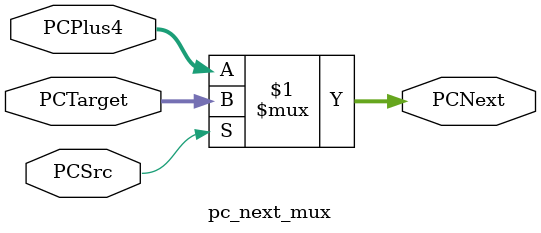
<source format=v>
`timescale 1ns / 1ps

module pc_next_mux (
    input [31:0] PCPlus4,    // PC + 4 (normal next)
    input [31:0] PCTarget,   // Branch or jump target
    input PCSrc,      // Control signal (1 = take branch/jump)
    output wire [31:0] PCNext      // Final next PC
);
    assign PCNext = (PCSrc) ? PCTarget : PCPlus4;
endmodule


</source>
